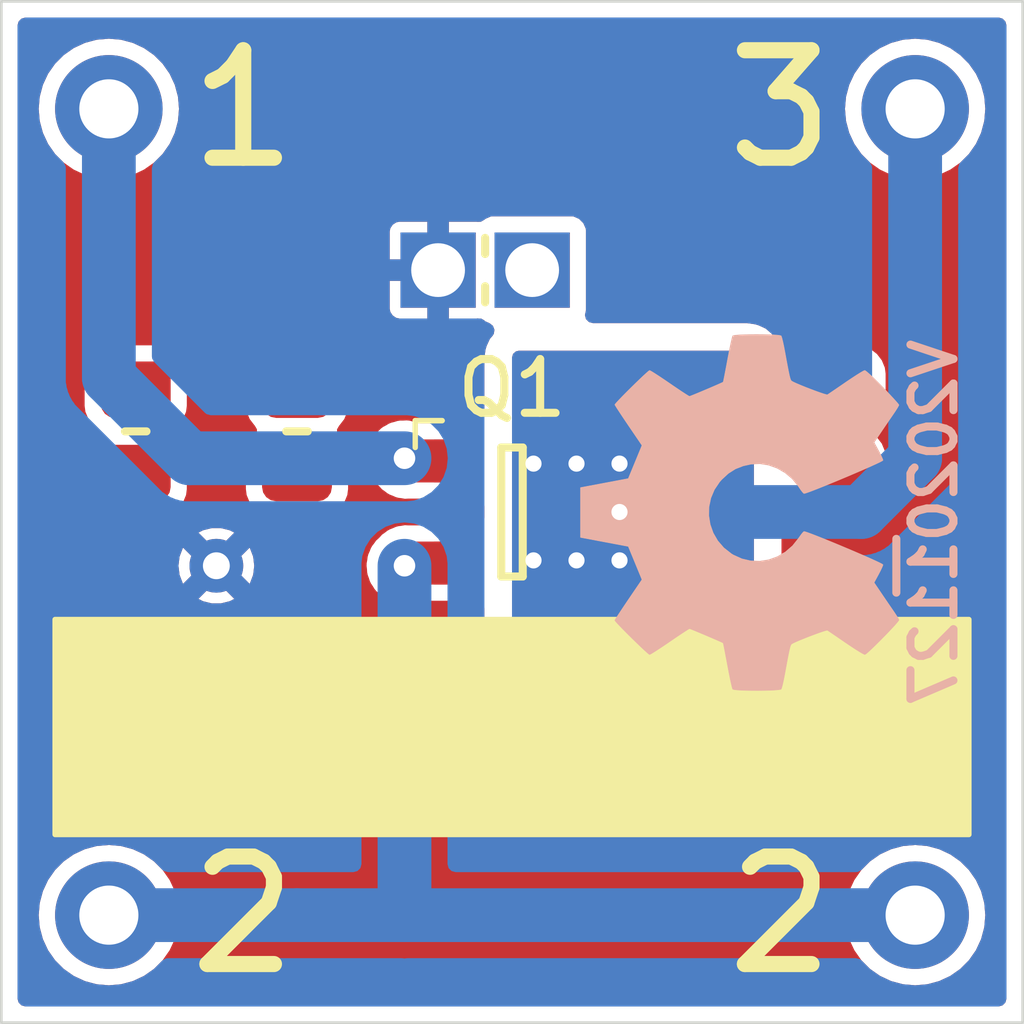
<source format=kicad_pcb>
(kicad_pcb (version 20221018) (generator pcbnew)
  (layers (0 "F.Cu" mixed) (31 "B.Cu" mixed) (34 "B.Paste" user) (35 "F.Paste" user) (36 "B.SilkS" user "B.Silkscreen") (37 "F.SilkS" user "F.Silkscreen") (38 "B.Mask" user) (39 "F.Mask" user) (44 "Edge.Cuts" user))
  (net 0 "")
  (net 1 "GND")
  (net 3 "Net-(J3-Pin_1)")
  (net 10 "Net-(J1-Pin_1)")
  (net 11 "Net-(J2-Pin_1)")
  (footprint "mill-max:PC_pin_nail_head_6092" (layer "F.Cu") (at 142 63)
    (fp_text reference "J1")
    (fp_text value "1" (at 2.5 0) (layer "F.SilkS") (effects (font (size 2 2) (thickness 0.3))))
    (pad "1" thru_hole circle locked (at 0 0) (size 2 2) (drill 1.1) (layers "*.Cu" "*.Mask") (net 10 "Net-(J1-Pin_1)"))
  )
  (footprint "mill-max:PC_pin_nail_head_6092" (layer "F.Cu") (at 142 78)
    (fp_text reference "J2")
    (fp_text value "2" (at 2.5 0) (layer "F.SilkS") (effects (font (size 2 2) (thickness 0.3))))
    (pad "1" thru_hole circle locked (at 0 0) (size 2 2) (drill 1.1) (layers "*.Cu" "*.Mask") (net 11 "Net-(J2-Pin_1)"))
  )
  (footprint "mill-max:PC_pin_nail_head_6092" (layer "F.Cu") (at 157 63)
    (fp_text reference "J3")
    (fp_text value "3" (at -2.5 0) (layer "F.SilkS") (effects (font (size 2 2) (thickness 0.3))))
    (pad "1" thru_hole circle locked (at 0 0) (size 2 2) (drill 1.1) (layers "*.Cu" "*.Mask") (net 3 "Net-(J3-Pin_1)"))
  )
  (footprint "mill-max:PC_pin_nail_head_6092" (layer "F.Cu") (at 157 78)
    (fp_text reference "J4")
    (fp_text value "2" (at -2.5 0) (layer "F.SilkS") (effects (font (size 2 2) (thickness 0.3))))
    (pad "1" thru_hole circle locked (at 0 0) (size 2 2) (drill 1.1) (layers "*.Cu" "*.Mask") (net 11 "Net-(J2-Pin_1)"))
  )
  (footprint "SquantorIC:SOT23-3" (layer "F.Cu") (at 149.5 70.5)
    (fp_text reference "Q1" (at 0 -2.3) (layer "F.SilkS"))
    (fp_text value "Q_NPN_BEC")
    (fp_line (start -1.8 -1.7) (end -1.8 -1.2) (stroke (width 0.1)) (layer "F.SilkS"))
    (fp_line (start -1.8 -1.7) (end -1.3 -1.7) (stroke (width 0.1)) (layer "F.SilkS"))
    (fp_line (start -1.3 -1.7) (end -1.8 -1.7) (stroke (width 0.1)) (layer "F.SilkS"))
    (fp_line (start -0.2 -1.2) (end 0.2 -1.2) (stroke (width 0.15)) (layer "F.SilkS"))
    (fp_line (start -0.2 1.2) (end -0.2 -1.2) (stroke (width 0.15)) (layer "F.SilkS"))
    (fp_line (start 0.2 -1.2) (end 0.2 1.2) (stroke (width 0.15)) (layer "F.SilkS"))
    (fp_line (start 0.2 1.2) (end -0.2 1.2) (stroke (width 0.15)) (layer "F.SilkS"))
    (pad "1" smd rect (at -1 -0.95 270) (size 0.8 0.9) (layers "F.Cu" "F.Paste" "F.Mask") (net 10 "Net-(J1-Pin_1)"))
    (pad "2" smd rect (at -1 0.95 270) (size 0.8 0.9) (layers "F.Cu" "F.Paste" "F.Mask") (net 11 "Net-(J2-Pin_1)"))
    (pad "3" smd rect (at 1 0 270) (size 0.8 0.9) (layers "F.Cu" "F.Paste" "F.Mask") (net 3 "Net-(J3-Pin_1)"))
  )
  (footprint "SquantorResistor:R_0805+0603" (layer "F.Cu") (at 155.5 69 90)
    (fp_text reference "R3" hide)
    (fp_text value "R" hide)
    (fp_line (start 0 -0.2) (end 0 0.2) (stroke (width 0.15)) (layer "F.SilkS"))
    (pad "1" smd roundrect (at -0.775 0 90) (size 1.05 1.3) (layers "F.Cu" "F.Paste" "F.Mask"))
    (pad "2" smd roundrect (at 0.775 0 90) (size 1.05 1.3) (layers "F.Cu" "F.Paste" "F.Mask"))
  )
  (footprint "SquantorResistor:R_0805+0603" (layer "F.Cu") (at 142.5 69 90)
    (fp_text reference "R1" hide)
    (fp_text value "R" hide)
    (fp_line (start 0 -0.2) (end 0 0.2) (stroke (width 0.15)) (layer "F.SilkS"))
    (pad "1" smd roundrect (at -0.775 0 90) (size 1.05 1.3) (layers "F.Cu" "F.Paste" "F.Mask"))
    (pad "2" smd roundrect (at 0.775 0 90) (size 1.05 1.3) (layers "F.Cu" "F.Paste" "F.Mask"))
  )
  (footprint "SquantorResistor:R_0805+0603" (layer "F.Cu") (at 145.5 69 90)
    (fp_text reference "R2" hide)
    (fp_text value "R" hide)
    (fp_line (start 0 -0.2) (end 0 0.2) (stroke (width 0.15)) (layer "F.SilkS"))
    (pad "1" smd roundrect (at -0.775 0 90) (size 1.05 1.3) (layers "F.Cu" "F.Paste" "F.Mask"))
    (pad "2" smd roundrect (at 0.775 0 90) (size 1.05 1.3) (layers "F.Cu" "F.Paste" "F.Mask"))
  )
  (footprint "SquantorTestPoints:TestPoint_hole_H05R10_2side" (layer "F.Cu") (at 144 71.5)
    (fp_text reference "TP2" hide)
    (fp_text value "testpad" hide)
    (pad "1" thru_hole circle (at 0 0) (size 1 1) (drill 0.5) (layers "*.Cu" "*.Mask") (net 1 "GND"))
  )
  (footprint "SquantorCapacitor:C_0402+0603+0805+TH" (layer "F.Cu") (at 149 66)
    (fp_text reference "C1" hide)
    (fp_text value "C" hide)
    (fp_line (start 0 -0.6) (end 0 -0.3) (stroke (width 0.15)) (layer "F.SilkS"))
    (fp_line (start 0 0.6) (end 0 0.3) (stroke (width 0.15)) (layer "F.SilkS"))
    (pad "1" thru_hole rect (at -0.875 0) (size 1.4 1.4) (drill 1) (layers "*.Cu" "*.Mask") (net 1 "GND"))
    (pad "2" thru_hole rect (at 0.875 0) (size 1.4 1.4) (drill 1) (layers "*.Cu" "*.Mask"))
  )
  (footprint "SquantorLabels:Label_Generic" (layer "B.Cu") (at 157.25 71.5 90)
    (fp_text reference "N1" hide)
    (fp_text value "V20201127" (at 0.8 0.1 90) (layer "B.SilkS") (effects (font (size 0.8 0.8)) (justify mirror)))
    (fp_line (start -0.5 -0.6) (end 0.5 -0.6) (stroke (width 0.15)) (layer "B.SilkS"))
  )
  (footprint "Symbol:OSHW-Symbol_6.7x6mm_SilkScreen" (layer "B.Cu") (at 153.75 70.5 -90)
    (fp_text reference "N2" hide)
    (fp_text value "OHWLOGO" hide)
    (fp_poly (pts (xy 0.555814 2.531069) (xy 0.639635 2.086445) (xy 0.94892 1.958947) (xy 1.258206 1.831449) (xy 1.629246 2.083754) (xy 1.733157 2.154004) (xy 1.827087 2.216728) (xy 1.906652 2.269062) (xy 1.96747 2.308143) (xy 2.005157 2.331107) (xy 2.015421 2.336058) (xy 2.03391 2.323324) (xy 2.07342 2.288118) (xy 2.129522 2.234938) (xy 2.197787 2.168282) (xy 2.273786 2.092646) (xy 2.353092 2.012528) (xy 2.431275 1.932426) (xy 2.503907 1.856836) (xy 2.566559 1.790255) (xy 2.614803 1.737182) (xy 2.64421 1.702113) (xy 2.651241 1.690377) (xy 2.641123 1.66874) (xy 2.612759 1.621338) (xy 2.569129 1.552807) (xy 2.513218 1.467785) (xy 2.448006 1.370907) (xy 2.410219 1.31565) (xy 2.341343 1.214752) (xy 2.28014 1.123701) (xy 2.229578 1.04703) (xy 2.192628 0.989272) (xy 2.172258 0.954957) (xy 2.169197 0.947746) (xy 2.176136 0.927252) (xy 2.195051 0.879487) (xy 2.223087 0.811168) (xy 2.257391 0.729011) (xy 2.295109 0.63973) (xy 2.333387 0.550042) (xy 2.36937 0.466662) (xy 2.400206 0.396306) (xy 2.423039 0.34569) (xy 2.435017 0.321529) (xy 2.435724 0.320578) (xy 2.454531 0.315964) (xy 2.504618 0.305672) (xy 2.580793 0.290713) (xy 2.677865 0.272099) (xy 2.790643 0.250841) (xy 2.856442 0.238582) (xy 2.97695 0.215638) (xy 3.085797 0.193805) (xy 3.177476 0.174278) (xy 3.246481 0.158252) (xy 3.287304 0.146921) (xy 3.295511 0.143326) (xy 3.303548 0.118994) (xy 3.310033 0.064041) (xy 3.31497 -0.015108) (xy 3.318364 -0.112026) (xy 3.320218 -0.220287) (xy 3.320538 -0.333465) (xy 3.319327 -0.445135) (xy 3.31659 -0.548868) (xy 3.312331 -0.638241) (xy 3.306555 -0.706826) (xy 3.299267 -0.748197) (xy 3.294895 -0.75681) (xy 3.268764 -0.767133) (xy 3.213393 -0.781892) (xy 3.136107 -0.799352) (xy 3.04423 -0.81778) (xy 3.012158 -0.823741) (xy 2.857524 -0.852066) (xy 2.735375 -0.874876) (xy 2.641673 -0.89308) (xy 2.572384 -0.907583) (xy 2.523471 -0.919292) (xy 2.490897 -0.929115) (xy 2.470628 -0.937956) (xy 2.458626 -0.946724) (xy 2.456947 -0.948457) (xy 2.440184 -0.976371) (xy 2.414614 -1.030695) (xy 2.382788 -1.104777) (xy 2.34726 -1.191965) (xy 2.310583 -1.285608) (xy 2.275311 -1.379052) (xy 2.243996 -1.465647) (xy 2.219193 -1.53874) (xy 2.203454 -1.591678) (xy 2.199332 -1.617811) (xy 2.199676 -1.618726) (xy 2.213641 -1.640086) (xy 2.245322 -1.687084) (xy 2.291391 -1.754827) (xy 2.348518 -1.838423) (xy 2.413373 -1.932982) (xy 2.431843 -1.959854) (xy 2.497699 -2.057275) (xy 2.55565 -2.146163) (xy 2.602538 -2.221412) (xy 2.635207 -2.27792) (xy 2.6505 -2.310581) (xy 2.651241 -2.314593) (xy 2.638392 -2.335684) (xy 2.602888 -2.377464) (xy 2.549293 -2.435445) (xy 2.482171 -2.505135) (xy 2.406087 -2.582045) (xy 2.325604 -2.661683) (xy 2.245287 -2.739561) (xy 2.169699 -2.811186) (xy 2.103405 -2.87207) (xy 2.050969 -2.917721) (xy 2.016955 -2.94365) (xy 2.007545 -2.947883) (xy 1.985643 -2.937912) (xy 1.9408 -2.91102) (xy 1.880321 -2.871736) (xy 1.833789 -2.840117) (xy 1.749475 -2.782098) (xy 1.649626 -2.713784) (xy 1.549473 -2.645579) (xy 1.495627 -2.609075) (xy 1.313371 -2.4858) (xy 1.160381 -2.56852) (xy 1.090682 -2.604759) (xy 1.031414 -2.632926) (xy 0.991311 -2.648991) (xy 0.981103 -2.651226) (xy 0.968829 -2.634722) (xy 0.944613 -2.588082) (xy 0.910263 -2.515609) (xy 0.867588 -2.421606) (xy 0.818394 -2.310374) (xy 0.76449 -2.186215) (xy 0.707684 -2.053432) (xy 0.649782 -1.916327) (xy 0.592593 -1.779202) (xy 0.537924 -1.646358) (xy 0.487584 -1.522098) (xy 0.44338 -1.410725) (xy 0.407119 -1.316539) (xy 0.380609 -1.243844) (xy 0.365658 -1.196941) (xy 0.363254 -1.180833) (xy 0.382311 -1.160286) (xy 0.424036 -1.126933) (xy 0.479706 -1.087702) (xy 0.484378 -1.084599) (xy 0.628264 -0.969423) (xy 0.744283 -0.835053) (xy 0.83143 -0.685784) (xy 0.888699 -0.525913) (xy 0.915086 -0.359737) (xy 0.909585 -0.191552) (xy 0.87119 -0.025655) (xy 0.798895 0.133658) (xy 0.777626 0.168513) (xy 0.666996 0.309263) (xy 0.536302 0.422286) (xy 0.390064 0.506997) (xy 0.232808 0.562806) (xy 0.069057 0.589126) (xy -0.096667 0.58537) (xy -0.259838 0.55095) (xy -0.415935 0.485277) (xy -0.560433 0.387765) (xy -0.605131 0.348187) (xy -0.718888 0.224297) (xy -0.801782 0.093876) (xy -0.858644 -0.052315) (xy -0.890313 -0.197088) (xy -0.898131 -0.35986) (xy -0.872062 -0.52344) (xy -0.814755 -0.682298) (xy -0.728856 -0.830906) (xy -0.617014 -0.963735) (xy -0.481877 -1.075256) (xy -0.464117 -1.087011) (xy -0.40785 -1.125508) (xy -0.365077 -1.158863) (xy -0.344628 -1.18016) (xy -0.344331 -1.180833) (xy -0.348721 -1.203871) (xy -0.366124 -1.256157) (xy -0.394732 -1.33339) (xy -0.432735 -1.431268) (xy -0.478326 -1.545491) (xy -0.529697 -1.671758) (xy -0.585038 -1.805767) (xy -0.642542 -1.943218) (xy -0.700399 -2.079808) (xy -0.756802 -2.211237) (xy -0.809942 -2.333205) (xy -0.85801 -2.441409) (xy -0.899199 -2.531549) (xy -0.931699 -2.599323) (xy -0.953703 -2.64043) (xy -0.962564 -2.651226) (xy -0.98964 -2.642819) (xy -1.040303 -2.620272) (xy -1.105817 -2.587613) (xy -1.141841 -2.56852) (xy -1.294832 -2.4858) (xy -1.477088 -2.609075) (xy -1.570125 -2.672228) (xy -1.671985 -2.741727) (xy -1.767438 -2.807165) (xy -1.81525 -2.840117) (xy -1.882495 -2.885273) (xy -1.939436 -2.921057) (xy -1.978646 -2.942938) (xy -1.991381 -2.947563) (xy -2.009917 -2.935085) (xy -2.050941 -2.900252) (xy -2.110475 -2.846678) (xy -2.184542 -2.777983) (xy -2.269165 -2.697781) (xy -2.322685 -2.646286) (xy -2.416319 -2.554286) (xy -2.497241 -2.471999) (xy -2.562177 -2.402945) (xy -2.607858 -2.350644) (xy -2.631011 -2.318616) (xy -2.633232 -2.312116) (xy -2.622924 -2.287394) (xy -2.594439 -2.237405) (xy -2.550937 -2.167212) (xy -2.495577 -2.081875) (xy -2.43152 -1.986456) (xy -2.413303 -1.959854) (xy -2.346927 -1.863167) (xy -2.287378 -1.776117) (xy -2.237984 -1.703595) (xy -2.202075 -1.650493) (xy -2.182981 -1.621703) (xy -2.181136 -1.618726) (xy -2.183895 -1.595782) (xy -2.198538 -1.545336) (xy -2.222513 -1.474041) (xy -2.253266 -1.388547) (xy -2.288244 -1.295507) (xy -2.324893 -1.201574) (xy -2.360661 -1.113399) (xy -2.392994 -1.037634) (xy -2.419338 -0.980931) (xy -2.437142 -0.949943) (xy -2.438407 -0.948457) (xy -2.449294 -0.939601) (xy -2.467682 -0.930843) (xy -2.497606 -0.921277) (xy -2.543103 -0.909996) (xy -2.608209 -0.896093) (xy -2.696961 -0.878663) (xy -2.813393 -0.856798) (xy -2.961542 -0.829591) (xy -2.993618 -0.823741) (xy -3.088686 -0.805374) (xy -3.171565 -0.787405) (xy -3.23493 -0.771569) (xy -3.271458 -0.7596) (xy -3.276356 -0.75681) (xy -3.284427 -0.732072) (xy -3.290987 -0.67679) (xy -3.296033 -0.597389) (xy -3.299559 -0.500296) (xy -3.301561 -0.391938) (xy -3.302036 -0.27874) (xy -3.300977 -0.167128) (xy -3.298382 -0.063529) (xy -3.294246 0.025632) (xy -3.288563 0.093928) (xy -3.281331 0.134934) (xy -3.276971 0.143326) (xy -3.252698 0.151792) (xy -3.197426 0.165565) (xy -3.116662 0.18345) (xy -3.015912 0.204252) (xy -2.900683 0.226777) (xy -2.837902 0.238582) (xy -2.718787 0.260849) (xy -2.612565 0.281021) (xy -2.524427 0.298085) (xy -2.459566 0.311031) (xy -2.423174 0.318845) (xy -2.417184 0.320578) (xy -2.407061 0.34011) (xy -2.385662 0.387157) (xy -2.355839 0.454997) (xy -2.320445 0.536909) (xy -2.282332 0.626172) (xy -2.244353 0.716065) (xy -2.20936 0.799865) (xy -2.180206 0.870853) (xy -2.159743 0.922306) (xy -2.150823 0.947503) (xy -2.150657 0.948604) (xy -2.160769 0.968481) (xy -2.189117 1.014223) (xy -2.232723 1.081283) (xy -2.288606 1.165116) (xy -2.353787 1.261174) (xy -2.391679 1.31635) (xy -2.460725 1.417519) (xy -2.52205 1.50937) (xy -2.572663 1.587256) (xy -2.609571 1.646531) (xy -2.629782 1.682549) (xy -2.632701 1.690623) (xy -2.620153 1.709416) (xy -2.585463 1.749543) (xy -2.533063 1.806507) (xy -2.467384 1.875815) (xy -2.392856 1.952969) (xy -2.313913 2.033475) (xy -2.234983 2.112837) (xy -2.1605 2.18656) (xy -2.094894 2.250148) (xy -2.042596 2.299106) (xy -2.008039 2.328939) (xy -1.996478 2.336058) (xy -1.977654 2.326047) (xy -1.932631 2.297922) (xy -1.865787 2.254546) (xy -1.781499 2.198782) (xy -1.684144 2.133494) (xy -1.610707 2.083754) (xy -1.239667 1.831449) (xy -0.621095 2.086445) (xy -0.537275 2.531069) (xy -0.453454 2.975693) (xy 0.471994 2.975693) (xy 0.555814 2.531069)) (stroke (width 0.01)) (fill solid) (layer "B.SilkS"))
  )
  (gr_poly (pts (xy 158 76.5) (xy 141 76.5) (xy 141 72.5) (xy 158 72.5)) (stroke (width 0.1)) (fill solid) (layer "F.SilkS"))
  (gr_line (start 140 80) (end 159 80) (stroke (width 0.05)) (layer "Edge.Cuts"))
  (gr_line (start 159 61) (end 159 80) (stroke (width 0.05)) (layer "Edge.Cuts"))
  (gr_line (start 159 61) (end 140 61) (stroke (width 0.05)) (layer "Edge.Cuts"))
  (gr_line (start 140 80) (end 140 61) (stroke (width 0.05)) (layer "Edge.Cuts"))
  (via (at 151.5 69.6) (size 0.7) (drill 0.3) (layers "F.Cu" "B.Cu") (net 3))
  (via (at 149.9 69.6) (size 0.7) (drill 0.3) (layers "F.Cu" "B.Cu") (net 3))
  (via (at 149.9 71.4) (size 0.7) (drill 0.3) (layers "F.Cu" "B.Cu") (net 3))
  (via (at 150.7 71.4) (size 0.7) (drill 0.3) (layers "F.Cu" "B.Cu") (net 3))
  (via (at 150.7 69.6) (size 0.7) (drill 0.3) (layers "F.Cu" "B.Cu") (net 3))
  (via (at 151.5 70.5) (size 0.7) (drill 0.3) (layers "F.Cu" "B.Cu") (net 3))
  (via (at 151.5 71.4) (size 0.7) (drill 0.3) (layers "F.Cu" "B.Cu") (net 3))
  (segment (start 157 63) (end 157 69.5) (width 1) (layer "B.Cu") (net 3))
  (segment (start 157 69.5) (end 156 70.5) (width 1) (layer "B.Cu") (net 3))
  (segment (start 156 70.5) (end 151.5 70.5) (width 1) (layer "B.Cu") (net 3))
  (segment (start 148.5 69.55) (end 147.55 69.55) (width 0.8) (layer "F.Cu") (net 10))
  (segment (start 147.55 69.55) (end 147.5 69.5) (width 0.8) (layer "F.Cu") (net 10))
  (via (at 147.5 69.5) (size 0.8) (drill 0.4) (layers "F.Cu" "B.Cu") (net 10))
  (segment (start 143.5 69.5) (end 147.5 69.5) (width 1) (layer "B.Cu") (net 10))
  (segment (start 142 68) (end 143.5 69.5) (width 1) (layer "B.Cu") (net 10))
  (segment (start 142 63) (end 142 68) (width 1) (layer "B.Cu") (net 10))
  (segment (start 148.5 71.45) (end 147.55 71.45) (width 0.8) (layer "F.Cu") (net 11))
  (segment (start 147.55 71.45) (end 147.5 71.5) (width 0.8) (layer "F.Cu") (net 11))
  (via (at 147.5 71.5) (size 0.8) (drill 0.4) (layers "F.Cu" "B.Cu") (net 11))
  (segment (start 142 78) (end 145.5 78) (width 1) (layer "B.Cu") (net 11))
  (segment (start 147.5 78) (end 147.5 71.5) (width 1) (layer "B.Cu") (net 11))
  (segment (start 145.5 78) (end 157 78) (width 1) (layer "B.Cu") (net 11))
  (zone (net 1) (net_name "GND") (layers "F&B.Cu") (connect_pads (clearance 0.3)) (min_thickness 0.3) (fill yes (thermal_gap 0.2) (thermal_bridge_width 0.4))
    (polygon (pts (xy 140 61) (xy 159 61) (xy 159 80) (xy 140 80)))
  )
  (zone (net 3) (net_name "Net-(J3-Pin_1)") (layers "F&B.Cu") (priority 1) (connect_pads (clearance 0.508)) (min_thickness 0.254) (fill yes (thermal_gap 0.508) (thermal_bridge_width 0.508))
    (polygon (pts (xy 154 73.5) (xy 149.5 73.5) (xy 149.5 67.5) (xy 154 67.5)))
  )
)
</source>
